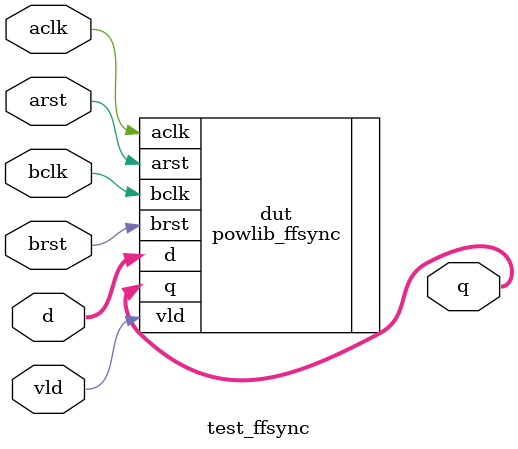
<source format=v>
`timescale 1ns / 1ps

module test_ffsync(d,q,aclk,bclk,arst,brst,vld);

  parameter                W    = 8;    // Width
  parameter        [W-1:0] INIT = 0;    // Initial value
  parameter                EAR  = 0;    // Enable asynchronous reset
  parameter                EVLD = 0;    // Enable valid
  parameter                S    = 3;    // Number of B clk domain stages
  input     wire   [W-1:0] d;           // Input data
  input     wire           vld;         // Valid  
  input     wire           aclk, bclk;  // Clock
  input     wire           arst, brst;  // Reset
  output    wire   [W-1:0] q;           // Output data  

  powlib_ffsync #(.W(W),.INIT(INIT),.EAR(EAR),.EVLD(EVLD),.S(S)) dut (.d(d),.q(q),.aclk(aclk),.bclk(bclk),
                                                                      .arst(arst),.brst(brst),.vld(vld));               
    
endmodule

</source>
